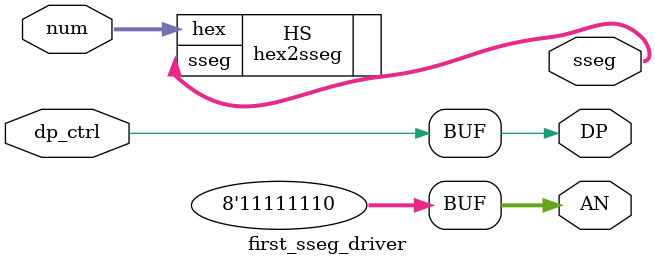
<source format=v>
`timescale 1ns / 1ps


module first_sseg_driver(

        input [3:0] num,
        input dp_ctrl,
        output [6:0] sseg, 
        output [7:0] AN,
        output DP
    );
    assign AN = 8'b11111110;
    
    assign DP = dp_ctrl;

    hex2sseg HS (
        .hex(num),
        .sseg(sseg)
    );

endmodule

</source>
